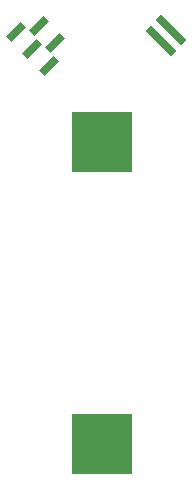
<source format=gbr>
%TF.GenerationSoftware,KiCad,Pcbnew,8.0.3*%
%TF.CreationDate,2024-08-14T20:25:55-04:00*%
%TF.ProjectId,KarmothDiceRoller_V1,4b61726d-6f74-4684-9469-6365526f6c6c,rev?*%
%TF.SameCoordinates,Original*%
%TF.FileFunction,Paste,Bot*%
%TF.FilePolarity,Positive*%
%FSLAX46Y46*%
G04 Gerber Fmt 4.6, Leading zero omitted, Abs format (unit mm)*
G04 Created by KiCad (PCBNEW 8.0.3) date 2024-08-14 20:25:55*
%MOMM*%
%LPD*%
G01*
G04 APERTURE LIST*
G04 Aperture macros list*
%AMRotRect*
0 Rectangle, with rotation*
0 The origin of the aperture is its center*
0 $1 length*
0 $2 width*
0 $3 Rotation angle, in degrees counterclockwise*
0 Add horizontal line*
21,1,$1,$2,0,0,$3*%
G04 Aperture macros list end*
%ADD10RotRect,1.750000X0.600000X45.000000*%
%ADD11RotRect,3.000000X0.650000X315.000000*%
%ADD12R,5.100000X5.100000*%
G04 APERTURE END LIST*
D10*
%TO.C,J4*%
X90500000Y-67500000D03*
X91030330Y-65555456D03*
X89085787Y-66085786D03*
X89616117Y-64141243D03*
X87671573Y-64671573D03*
%TD*%
D11*
%TO.C,J3*%
X99997954Y-65395980D03*
X100860624Y-64462599D03*
%TD*%
D12*
%TO.C,BT1*%
X95000000Y-73950000D03*
X95000000Y-99550000D03*
%TD*%
M02*

</source>
